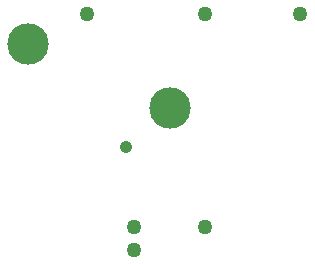
<source format=gbs>
G75*
%MOIN*%
%OFA0B0*%
%FSLAX25Y25*%
%IPPOS*%
%LPD*%
%AMOC8*
5,1,8,0,0,1.08239X$1,22.5*
%
%ADD10C,0.13780*%
%ADD11C,0.05000*%
%ADD12C,0.04134*%
D10*
X0106388Y0115029D03*
X0059144Y0136683D03*
D11*
X0078829Y0146525D03*
X0118199Y0146525D03*
X0149695Y0146525D03*
X0118199Y0075659D03*
X0094577Y0075659D03*
X0094577Y0067785D03*
D12*
X0091733Y0102289D03*
M02*

</source>
